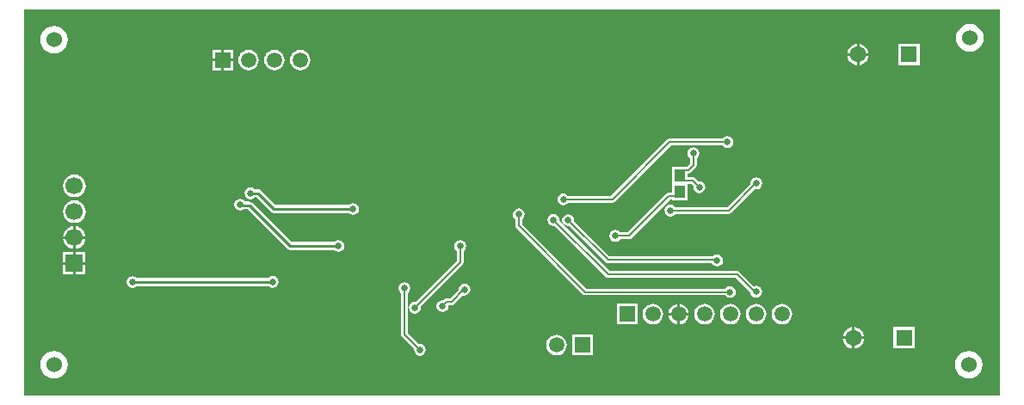
<source format=gbl>
G04*
G04 #@! TF.GenerationSoftware,Altium Limited,Altium Designer,19.0.14 (431)*
G04*
G04 Layer_Physical_Order=2*
G04 Layer_Color=16711680*
%FSLAX25Y25*%
%MOIN*%
G70*
G01*
G75*
%ADD11C,0.01000*%
%ADD20R,0.03937X0.04528*%
%ADD83C,0.00600*%
%ADD85C,0.06299*%
%ADD86R,0.06299X0.06299*%
%ADD87C,0.06000*%
%ADD88C,0.06693*%
%ADD89R,0.06693X0.06693*%
%ADD90C,0.05906*%
%ADD91R,0.05906X0.05906*%
%ADD92C,0.02550*%
G36*
X378282Y149579D02*
X378282Y-27D01*
X329D01*
Y149579D01*
X378282Y149579D01*
D02*
G37*
%LPC*%
G36*
X366535Y143959D02*
X365144Y143776D01*
X363847Y143239D01*
X362734Y142385D01*
X361879Y141271D01*
X361342Y139974D01*
X361159Y138583D01*
X361342Y137191D01*
X361879Y135894D01*
X362734Y134781D01*
X363847Y133926D01*
X365144Y133389D01*
X366535Y133206D01*
X367927Y133389D01*
X369224Y133926D01*
X370337Y134781D01*
X371192Y135894D01*
X371729Y137191D01*
X371912Y138583D01*
X371729Y139974D01*
X371192Y141271D01*
X370337Y142385D01*
X369224Y143239D01*
X367927Y143776D01*
X366535Y143959D01*
D02*
G37*
G36*
X323715Y136220D02*
Y132600D01*
X327334D01*
X327258Y133183D01*
X326840Y134193D01*
X326174Y135059D01*
X325308Y135725D01*
X324298Y136143D01*
X323715Y136220D01*
D02*
G37*
G36*
X322715D02*
X322132Y136143D01*
X321122Y135725D01*
X320255Y135059D01*
X319590Y134193D01*
X319172Y133183D01*
X319095Y132600D01*
X322715D01*
Y136220D01*
D02*
G37*
G36*
X11811Y143172D02*
X10419Y142989D01*
X9123Y142452D01*
X8009Y141597D01*
X7155Y140484D01*
X6617Y139187D01*
X6434Y137795D01*
X6617Y136404D01*
X7155Y135107D01*
X8009Y133993D01*
X9123Y133139D01*
X10419Y132602D01*
X11811Y132419D01*
X13203Y132602D01*
X14499Y133139D01*
X15613Y133993D01*
X16467Y135107D01*
X17005Y136404D01*
X17188Y137795D01*
X17005Y139187D01*
X16467Y140484D01*
X15613Y141597D01*
X14499Y142452D01*
X13203Y142989D01*
X11811Y143172D01*
D02*
G37*
G36*
X81138Y133874D02*
X77685D01*
Y130421D01*
X81138D01*
Y133874D01*
D02*
G37*
G36*
X76685D02*
X73232D01*
Y130421D01*
X76685D01*
Y133874D01*
D02*
G37*
G36*
X327334Y131600D02*
X323715D01*
Y127980D01*
X324298Y128057D01*
X325308Y128475D01*
X326174Y129140D01*
X326840Y130007D01*
X327258Y131017D01*
X327334Y131600D01*
D02*
G37*
G36*
X322715D02*
X319095D01*
X319172Y131017D01*
X319590Y130007D01*
X320255Y129140D01*
X321122Y128475D01*
X322132Y128057D01*
X322715Y127980D01*
Y131600D01*
D02*
G37*
G36*
X347050Y136250D02*
X338750D01*
Y127950D01*
X347050D01*
Y136250D01*
D02*
G37*
G36*
X81138Y129421D02*
X77685D01*
Y125969D01*
X81138D01*
Y129421D01*
D02*
G37*
G36*
X76685D02*
X73232D01*
Y125969D01*
X76685D01*
Y129421D01*
D02*
G37*
G36*
X107185Y133908D02*
X106153Y133772D01*
X105192Y133374D01*
X104366Y132740D01*
X103732Y131915D01*
X103334Y130953D01*
X103198Y129921D01*
X103334Y128889D01*
X103732Y127928D01*
X104366Y127102D01*
X105192Y126469D01*
X106153Y126070D01*
X107185Y125934D01*
X108217Y126070D01*
X109178Y126469D01*
X110004Y127102D01*
X110638Y127928D01*
X111036Y128889D01*
X111172Y129921D01*
X111036Y130953D01*
X110638Y131915D01*
X110004Y132740D01*
X109178Y133374D01*
X108217Y133772D01*
X107185Y133908D01*
D02*
G37*
G36*
X97185D02*
X96153Y133772D01*
X95192Y133374D01*
X94366Y132740D01*
X93732Y131915D01*
X93334Y130953D01*
X93198Y129921D01*
X93334Y128889D01*
X93732Y127928D01*
X94366Y127102D01*
X95192Y126469D01*
X96153Y126070D01*
X97185Y125934D01*
X98217Y126070D01*
X99178Y126469D01*
X100004Y127102D01*
X100638Y127928D01*
X101036Y128889D01*
X101172Y129921D01*
X101036Y130953D01*
X100638Y131915D01*
X100004Y132740D01*
X99178Y133374D01*
X98217Y133772D01*
X97185Y133908D01*
D02*
G37*
G36*
X87185D02*
X86153Y133772D01*
X85192Y133374D01*
X84366Y132740D01*
X83732Y131915D01*
X83334Y130953D01*
X83198Y129921D01*
X83334Y128889D01*
X83732Y127928D01*
X84366Y127102D01*
X85192Y126469D01*
X86153Y126070D01*
X87185Y125934D01*
X88217Y126070D01*
X89179Y126469D01*
X90004Y127102D01*
X90638Y127928D01*
X91036Y128889D01*
X91172Y129921D01*
X91036Y130953D01*
X90638Y131915D01*
X90004Y132740D01*
X89179Y133374D01*
X88217Y133772D01*
X87185Y133908D01*
D02*
G37*
G36*
X272638Y100450D02*
X271750Y100273D01*
X270998Y99770D01*
X270787Y99455D01*
X250197D01*
X249690Y99354D01*
X249260Y99067D01*
X227502Y77310D01*
X210906D01*
X210695Y77624D01*
X209943Y78127D01*
X209055Y78304D01*
X208168Y78127D01*
X207415Y77624D01*
X206912Y76872D01*
X206735Y75984D01*
X206912Y75097D01*
X207415Y74344D01*
X208168Y73841D01*
X209055Y73665D01*
X209943Y73841D01*
X210695Y74344D01*
X210906Y74659D01*
X228051D01*
X228558Y74760D01*
X228988Y75047D01*
X250746Y96804D01*
X270787D01*
X270998Y96490D01*
X271750Y95987D01*
X272638Y95810D01*
X273526Y95987D01*
X274278Y96490D01*
X274781Y97242D01*
X274957Y98130D01*
X274781Y99018D01*
X274278Y99770D01*
X273526Y100273D01*
X272638Y100450D01*
D02*
G37*
G36*
X283875Y84508D02*
X282987Y84332D01*
X282234Y83829D01*
X281732Y83076D01*
X281555Y82189D01*
X281594Y81992D01*
X272581Y72979D01*
X252441D01*
X252231Y73294D01*
X251478Y73796D01*
X250590Y73973D01*
X249703Y73796D01*
X248950Y73294D01*
X248447Y72541D01*
X248271Y71653D01*
X248447Y70766D01*
X248950Y70013D01*
X249703Y69511D01*
X250590Y69334D01*
X251478Y69511D01*
X252231Y70013D01*
X252441Y70328D01*
X273130D01*
X273637Y70429D01*
X274067Y70716D01*
X283329Y79978D01*
X283875Y79869D01*
X284762Y80046D01*
X285515Y80548D01*
X286018Y81301D01*
X286194Y82189D01*
X286018Y83076D01*
X285515Y83829D01*
X284762Y84332D01*
X283875Y84508D01*
D02*
G37*
G36*
X259449Y96119D02*
X258561Y95942D01*
X257809Y95439D01*
X257306Y94687D01*
X257129Y93799D01*
X257306Y92911D01*
X257809Y92159D01*
X258123Y91949D01*
Y89919D01*
X256833Y88629D01*
X255020D01*
X254868Y88598D01*
X251165D01*
Y82071D01*
Y78594D01*
X250005D01*
X249498Y78493D01*
X249067Y78206D01*
X233998Y63137D01*
X231083D01*
X230873Y63451D01*
X230120Y63954D01*
X229232Y64131D01*
X228345Y63954D01*
X227592Y63451D01*
X227089Y62699D01*
X226913Y61811D01*
X227089Y60923D01*
X227592Y60171D01*
X228345Y59668D01*
X229232Y59491D01*
X230120Y59668D01*
X230873Y60171D01*
X231083Y60486D01*
X234547D01*
X235054Y60587D01*
X235485Y60874D01*
X250554Y75943D01*
X251165D01*
Y75575D01*
X257102D01*
Y82045D01*
X258600D01*
X259565Y81080D01*
X259491Y80709D01*
X259668Y79821D01*
X260171Y79068D01*
X260923Y78566D01*
X261811Y78389D01*
X262699Y78566D01*
X263451Y79068D01*
X263954Y79821D01*
X264131Y80709D01*
X263954Y81596D01*
X263451Y82349D01*
X262699Y82852D01*
X261811Y83028D01*
X261440Y82954D01*
X260086Y84308D01*
X259656Y84595D01*
X259149Y84696D01*
X257102D01*
Y85978D01*
X257382D01*
X257889Y86079D01*
X258319Y86366D01*
X260386Y88433D01*
X260673Y88863D01*
X260774Y89370D01*
Y91949D01*
X261089Y92159D01*
X261592Y92911D01*
X261768Y93799D01*
X261592Y94687D01*
X261089Y95439D01*
X260336Y95942D01*
X259449Y96119D01*
D02*
G37*
G36*
X19685Y85565D02*
X18550Y85416D01*
X17493Y84978D01*
X16585Y84281D01*
X15888Y83373D01*
X15450Y82316D01*
X15301Y81181D01*
X15450Y80046D01*
X15888Y78989D01*
X16585Y78081D01*
X17493Y77385D01*
X18550Y76947D01*
X19685Y76797D01*
X20820Y76947D01*
X21877Y77385D01*
X22785Y78081D01*
X23482Y78989D01*
X23920Y80046D01*
X24069Y81181D01*
X23920Y82316D01*
X23482Y83373D01*
X22785Y84281D01*
X21877Y84978D01*
X20820Y85416D01*
X19685Y85565D01*
D02*
G37*
G36*
X87894Y80666D02*
X87006Y80489D01*
X86253Y79987D01*
X85751Y79234D01*
X85574Y78347D01*
X85751Y77459D01*
X86253Y76706D01*
X87006Y76204D01*
X87894Y76027D01*
X88781Y76204D01*
X89534Y76706D01*
X89608Y76817D01*
X90311D01*
X95669Y71459D01*
X95867Y71163D01*
X96364Y70831D01*
X96949Y70715D01*
X125943D01*
X126017Y70604D01*
X126770Y70101D01*
X127657Y69924D01*
X128545Y70101D01*
X129298Y70604D01*
X129800Y71356D01*
X129977Y72244D01*
X129800Y73132D01*
X129298Y73884D01*
X128545Y74387D01*
X127657Y74564D01*
X126770Y74387D01*
X126017Y73884D01*
X125943Y73773D01*
X97681D01*
X92026Y79428D01*
X91530Y79759D01*
X90945Y79876D01*
X89608D01*
X89534Y79987D01*
X88781Y80489D01*
X87894Y80666D01*
D02*
G37*
G36*
X19685Y75565D02*
X18550Y75416D01*
X17493Y74978D01*
X16585Y74281D01*
X15888Y73373D01*
X15450Y72316D01*
X15301Y71181D01*
X15450Y70047D01*
X15888Y68989D01*
X16585Y68081D01*
X17493Y67384D01*
X18550Y66947D01*
X19685Y66797D01*
X20820Y66947D01*
X21877Y67384D01*
X22785Y68081D01*
X23482Y68989D01*
X23920Y70047D01*
X24069Y71181D01*
X23920Y72316D01*
X23482Y73373D01*
X22785Y74281D01*
X21877Y74978D01*
X20820Y75416D01*
X19685Y75565D01*
D02*
G37*
G36*
X20185Y65499D02*
Y61681D01*
X24003D01*
X23920Y62316D01*
X23482Y63373D01*
X22785Y64281D01*
X21877Y64978D01*
X20820Y65416D01*
X20185Y65499D01*
D02*
G37*
G36*
X19185D02*
X18550Y65416D01*
X17493Y64978D01*
X16585Y64281D01*
X15888Y63373D01*
X15450Y62316D01*
X15367Y61681D01*
X19185D01*
Y65499D01*
D02*
G37*
G36*
X24003Y60681D02*
X20185D01*
Y56863D01*
X20820Y56946D01*
X21877Y57385D01*
X22785Y58081D01*
X23482Y58989D01*
X23920Y60046D01*
X24003Y60681D01*
D02*
G37*
G36*
X19185D02*
X15367D01*
X15450Y60046D01*
X15888Y58989D01*
X16585Y58081D01*
X17493Y57385D01*
X18550Y56946D01*
X19185Y56863D01*
Y60681D01*
D02*
G37*
G36*
X83957Y76237D02*
X83069Y76060D01*
X82316Y75558D01*
X81814Y74805D01*
X81637Y73917D01*
X81814Y73030D01*
X82316Y72277D01*
X83069Y71774D01*
X83957Y71598D01*
X84844Y71774D01*
X85294Y72075D01*
X86792D01*
X102074Y56793D01*
X102570Y56461D01*
X103156Y56345D01*
X120235D01*
X120309Y56234D01*
X121061Y55731D01*
X121949Y55554D01*
X122836Y55731D01*
X123589Y56234D01*
X124092Y56986D01*
X124268Y57874D01*
X124092Y58762D01*
X123589Y59514D01*
X122836Y60017D01*
X121949Y60194D01*
X121061Y60017D01*
X120309Y59514D01*
X120235Y59403D01*
X103789D01*
X88507Y74686D01*
X88011Y75017D01*
X87425Y75134D01*
X85880D01*
X85597Y75558D01*
X84844Y76060D01*
X83957Y76237D01*
D02*
G37*
G36*
X24032Y55528D02*
X20185D01*
Y51681D01*
X24032D01*
Y55528D01*
D02*
G37*
G36*
X19185D02*
X15339D01*
Y51681D01*
X19185D01*
Y55528D01*
D02*
G37*
G36*
X211024Y70233D02*
X210136Y70056D01*
X209383Y69554D01*
X208881Y68801D01*
X208704Y67913D01*
X208881Y67026D01*
X209383Y66273D01*
X210136Y65770D01*
X211024Y65594D01*
X211395Y65668D01*
X225539Y51523D01*
X225969Y51236D01*
X226476Y51135D01*
X266620D01*
X266962Y50624D01*
X267715Y50121D01*
X268602Y49944D01*
X269490Y50121D01*
X270243Y50624D01*
X270745Y51376D01*
X270922Y52264D01*
X270745Y53151D01*
X270243Y53904D01*
X269490Y54407D01*
X268602Y54583D01*
X267715Y54407D01*
X266962Y53904D01*
X266883Y53786D01*
X227025D01*
X213269Y67542D01*
X213343Y67913D01*
X213167Y68801D01*
X212664Y69554D01*
X211911Y70056D01*
X211024Y70233D01*
D02*
G37*
G36*
X24032Y50681D02*
X20185D01*
Y46835D01*
X24032D01*
Y50681D01*
D02*
G37*
G36*
X19185D02*
X15339D01*
Y46835D01*
X19185D01*
Y50681D01*
D02*
G37*
G36*
X96457Y46316D02*
X95569Y46139D01*
X94816Y45636D01*
X94677Y45427D01*
X43939D01*
X43865Y45538D01*
X43112Y46041D01*
X42224Y46217D01*
X41337Y46041D01*
X40584Y45538D01*
X40081Y44785D01*
X39905Y43898D01*
X40081Y43010D01*
X40584Y42257D01*
X41337Y41755D01*
X42224Y41578D01*
X43112Y41755D01*
X43865Y42257D01*
X43939Y42368D01*
X94808D01*
X94816Y42356D01*
X95569Y41853D01*
X96457Y41677D01*
X97344Y41853D01*
X98097Y42356D01*
X98600Y43108D01*
X98776Y43996D01*
X98600Y44884D01*
X98097Y45636D01*
X97344Y46139D01*
X96457Y46316D01*
D02*
G37*
G36*
X170768Y43363D02*
X169880Y43186D01*
X169128Y42684D01*
X168625Y41931D01*
X168448Y41043D01*
X168501Y40776D01*
X165251Y37525D01*
X163965D01*
X163458Y37425D01*
X163028Y37137D01*
X162685Y36794D01*
X162314Y36868D01*
X161426Y36692D01*
X160673Y36189D01*
X160171Y35436D01*
X159994Y34549D01*
X160171Y33661D01*
X160673Y32909D01*
X161426Y32406D01*
X162314Y32229D01*
X163201Y32406D01*
X163954Y32909D01*
X164457Y33661D01*
X164633Y34549D01*
X164584Y34797D01*
X164647Y34874D01*
X165800D01*
X166307Y34975D01*
X166737Y35263D01*
X170293Y38818D01*
X170768Y38724D01*
X171655Y38900D01*
X172408Y39403D01*
X172911Y40156D01*
X173087Y41043D01*
X172911Y41931D01*
X172408Y42684D01*
X171655Y43186D01*
X170768Y43363D01*
D02*
G37*
G36*
X205300Y70320D02*
X204412Y70143D01*
X203660Y69640D01*
X203157Y68888D01*
X202980Y68000D01*
X203157Y67112D01*
X203660Y66360D01*
X204412Y65857D01*
X205300Y65680D01*
X205671Y65754D01*
X225611Y45815D01*
X226041Y45527D01*
X226548Y45426D01*
X276026D01*
X281476Y39976D01*
X281617Y39270D01*
X282120Y38517D01*
X282872Y38015D01*
X283760Y37838D01*
X284647Y38015D01*
X285400Y38517D01*
X285903Y39270D01*
X286079Y40157D01*
X285903Y41045D01*
X285400Y41798D01*
X284647Y42301D01*
X283760Y42477D01*
X282896Y42305D01*
X277512Y47689D01*
X277082Y47976D01*
X276575Y48077D01*
X227097D01*
X207546Y67629D01*
X207620Y68000D01*
X207443Y68888D01*
X206940Y69640D01*
X206188Y70143D01*
X205300Y70320D01*
D02*
G37*
G36*
X191831Y72398D02*
X190943Y72222D01*
X190190Y71719D01*
X189688Y70966D01*
X189511Y70079D01*
X189688Y69191D01*
X190190Y68439D01*
X190505Y68228D01*
Y65748D01*
X190606Y65241D01*
X190893Y64811D01*
X216582Y39122D01*
X217012Y38835D01*
X217520Y38734D01*
X271772D01*
X271982Y38419D01*
X272734Y37916D01*
X273622Y37740D01*
X274510Y37916D01*
X275262Y38419D01*
X275765Y39171D01*
X275942Y40059D01*
X275765Y40947D01*
X275262Y41699D01*
X274510Y42202D01*
X273622Y42379D01*
X272734Y42202D01*
X271982Y41699D01*
X271772Y41385D01*
X218069D01*
X193156Y66297D01*
Y68228D01*
X193471Y68439D01*
X193974Y69191D01*
X194150Y70079D01*
X193974Y70966D01*
X193471Y71719D01*
X192718Y72222D01*
X191831Y72398D01*
D02*
G37*
G36*
X169095Y60194D02*
X168207Y60017D01*
X167454Y59514D01*
X166952Y58762D01*
X166775Y57874D01*
X166952Y56986D01*
X167454Y56234D01*
X167774Y56020D01*
Y52031D01*
X151946Y36202D01*
X151575Y36276D01*
X150687Y36100D01*
X149935Y35597D01*
X149432Y34844D01*
X149255Y33957D01*
X149432Y33069D01*
X149935Y32316D01*
X150687Y31814D01*
X151575Y31637D01*
X152462Y31814D01*
X153215Y32316D01*
X153718Y33069D01*
X153894Y33957D01*
X153821Y34328D01*
X170037Y50545D01*
X170325Y50975D01*
X170425Y51482D01*
Y56027D01*
X170735Y56234D01*
X171238Y56986D01*
X171414Y57874D01*
X171238Y58762D01*
X170735Y59514D01*
X169982Y60017D01*
X169095Y60194D01*
D02*
G37*
G36*
X254279Y35417D02*
Y31996D01*
X257701D01*
X257630Y32528D01*
X257232Y33490D01*
X256599Y34315D01*
X255773Y34949D01*
X254811Y35347D01*
X254279Y35417D01*
D02*
G37*
G36*
X253279D02*
X252748Y35347D01*
X251786Y34949D01*
X250960Y34315D01*
X250327Y33490D01*
X249928Y32528D01*
X249858Y31996D01*
X253279D01*
Y35417D01*
D02*
G37*
G36*
X257701Y30996D02*
X254279D01*
Y27575D01*
X254811Y27645D01*
X255773Y28043D01*
X256599Y28677D01*
X257232Y29503D01*
X257630Y30464D01*
X257701Y30996D01*
D02*
G37*
G36*
X253279D02*
X249858D01*
X249928Y30464D01*
X250327Y29503D01*
X250960Y28677D01*
X251786Y28043D01*
X252748Y27645D01*
X253279Y27575D01*
Y30996D01*
D02*
G37*
G36*
X237732Y35449D02*
X229827D01*
Y27543D01*
X237732D01*
Y35449D01*
D02*
G37*
G36*
X293779Y35483D02*
X292748Y35347D01*
X291786Y34949D01*
X290960Y34315D01*
X290327Y33490D01*
X289929Y32528D01*
X289793Y31496D01*
X289929Y30464D01*
X290327Y29503D01*
X290960Y28677D01*
X291786Y28043D01*
X292748Y27645D01*
X293779Y27509D01*
X294811Y27645D01*
X295773Y28043D01*
X296599Y28677D01*
X297232Y29503D01*
X297631Y30464D01*
X297766Y31496D01*
X297631Y32528D01*
X297232Y33490D01*
X296599Y34315D01*
X295773Y34949D01*
X294811Y35347D01*
X293779Y35483D01*
D02*
G37*
G36*
X283780D02*
X282748Y35347D01*
X281786Y34949D01*
X280960Y34315D01*
X280327Y33490D01*
X279928Y32528D01*
X279793Y31496D01*
X279928Y30464D01*
X280327Y29503D01*
X280960Y28677D01*
X281786Y28043D01*
X282748Y27645D01*
X283780Y27509D01*
X284811Y27645D01*
X285773Y28043D01*
X286599Y28677D01*
X287232Y29503D01*
X287631Y30464D01*
X287766Y31496D01*
X287631Y32528D01*
X287232Y33490D01*
X286599Y34315D01*
X285773Y34949D01*
X284811Y35347D01*
X283780Y35483D01*
D02*
G37*
G36*
X273780D02*
X272748Y35347D01*
X271786Y34949D01*
X270960Y34315D01*
X270327Y33490D01*
X269929Y32528D01*
X269793Y31496D01*
X269929Y30464D01*
X270327Y29503D01*
X270960Y28677D01*
X271786Y28043D01*
X272748Y27645D01*
X273780Y27509D01*
X274811Y27645D01*
X275773Y28043D01*
X276599Y28677D01*
X277232Y29503D01*
X277630Y30464D01*
X277766Y31496D01*
X277630Y32528D01*
X277232Y33490D01*
X276599Y34315D01*
X275773Y34949D01*
X274811Y35347D01*
X273780Y35483D01*
D02*
G37*
G36*
X263779D02*
X262748Y35347D01*
X261786Y34949D01*
X260960Y34315D01*
X260327Y33490D01*
X259928Y32528D01*
X259793Y31496D01*
X259928Y30464D01*
X260327Y29503D01*
X260960Y28677D01*
X261786Y28043D01*
X262748Y27645D01*
X263779Y27509D01*
X264811Y27645D01*
X265773Y28043D01*
X266599Y28677D01*
X267232Y29503D01*
X267631Y30464D01*
X267766Y31496D01*
X267631Y32528D01*
X267232Y33490D01*
X266599Y34315D01*
X265773Y34949D01*
X264811Y35347D01*
X263779Y35483D01*
D02*
G37*
G36*
X243779D02*
X242748Y35347D01*
X241786Y34949D01*
X240960Y34315D01*
X240327Y33490D01*
X239929Y32528D01*
X239793Y31496D01*
X239929Y30464D01*
X240327Y29503D01*
X240960Y28677D01*
X241786Y28043D01*
X242748Y27645D01*
X243779Y27509D01*
X244811Y27645D01*
X245773Y28043D01*
X246599Y28677D01*
X247232Y29503D01*
X247631Y30464D01*
X247766Y31496D01*
X247631Y32528D01*
X247232Y33490D01*
X246599Y34315D01*
X245773Y34949D01*
X244811Y35347D01*
X243779Y35483D01*
D02*
G37*
G36*
X321957Y26420D02*
Y22800D01*
X325577D01*
X325500Y23383D01*
X325082Y24393D01*
X324417Y25260D01*
X323550Y25925D01*
X322541Y26343D01*
X321957Y26420D01*
D02*
G37*
G36*
X320957D02*
X320374Y26343D01*
X319365Y25925D01*
X318498Y25260D01*
X317833Y24393D01*
X317415Y23383D01*
X317338Y22800D01*
X320957D01*
Y26420D01*
D02*
G37*
G36*
X325577Y21800D02*
X321957D01*
Y18180D01*
X322541Y18257D01*
X323550Y18675D01*
X324417Y19341D01*
X325082Y20207D01*
X325500Y21217D01*
X325577Y21800D01*
D02*
G37*
G36*
X320957D02*
X317338D01*
X317415Y21217D01*
X317833Y20207D01*
X318498Y19341D01*
X319365Y18675D01*
X320374Y18257D01*
X320957Y18180D01*
Y21800D01*
D02*
G37*
G36*
X345292Y26450D02*
X336993D01*
Y18150D01*
X345292D01*
Y26450D01*
D02*
G37*
G36*
X220390Y23441D02*
X212484D01*
Y15535D01*
X220390D01*
Y23441D01*
D02*
G37*
G36*
X206437Y23475D02*
X205405Y23339D01*
X204444Y22941D01*
X203618Y22307D01*
X202984Y21482D01*
X202586Y20520D01*
X202450Y19488D01*
X202586Y18456D01*
X202984Y17495D01*
X203618Y16669D01*
X204444Y16036D01*
X205405Y15637D01*
X206437Y15501D01*
X207469Y15637D01*
X208430Y16036D01*
X209256Y16669D01*
X209890Y17495D01*
X210288Y18456D01*
X210424Y19488D01*
X210288Y20520D01*
X209890Y21482D01*
X209256Y22307D01*
X208430Y22941D01*
X207469Y23339D01*
X206437Y23475D01*
D02*
G37*
G36*
X147539Y43855D02*
X146652Y43678D01*
X145899Y43176D01*
X145396Y42423D01*
X145220Y41535D01*
X145396Y40648D01*
X145899Y39895D01*
X146214Y39685D01*
Y23720D01*
X146315Y23213D01*
X146602Y22783D01*
X151298Y18088D01*
X151224Y17717D01*
X151400Y16829D01*
X151903Y16076D01*
X152656Y15574D01*
X153543Y15397D01*
X154431Y15574D01*
X155183Y16076D01*
X155686Y16829D01*
X155863Y17717D01*
X155686Y18604D01*
X155183Y19357D01*
X154431Y19860D01*
X153543Y20036D01*
X153172Y19962D01*
X148865Y24270D01*
Y39685D01*
X149179Y39895D01*
X149682Y40648D01*
X149859Y41535D01*
X149682Y42423D01*
X149179Y43176D01*
X148427Y43678D01*
X147539Y43855D01*
D02*
G37*
G36*
X366142Y17188D02*
X364750Y17005D01*
X363453Y16467D01*
X362340Y15613D01*
X361485Y14499D01*
X360948Y13203D01*
X360765Y11811D01*
X360948Y10419D01*
X361485Y9123D01*
X362340Y8009D01*
X363453Y7155D01*
X364750Y6617D01*
X366142Y6434D01*
X367533Y6617D01*
X368830Y7155D01*
X369944Y8009D01*
X370798Y9123D01*
X371335Y10419D01*
X371518Y11811D01*
X371335Y13203D01*
X370798Y14499D01*
X369944Y15613D01*
X368830Y16467D01*
X367533Y17005D01*
X366142Y17188D01*
D02*
G37*
G36*
X11811D02*
X10419Y17005D01*
X9123Y16467D01*
X8009Y15613D01*
X7155Y14499D01*
X6617Y13203D01*
X6434Y11811D01*
X6617Y10419D01*
X7155Y9123D01*
X8009Y8009D01*
X9123Y7155D01*
X10419Y6617D01*
X11811Y6434D01*
X13203Y6617D01*
X14499Y7155D01*
X15613Y8009D01*
X16467Y9123D01*
X17005Y10419D01*
X17188Y11811D01*
X17005Y13203D01*
X16467Y14499D01*
X15613Y15613D01*
X14499Y16467D01*
X13203Y17005D01*
X11811Y17188D01*
D02*
G37*
%LPD*%
D11*
X103156Y57874D02*
X121949D01*
X87425Y73604D02*
X103156Y57874D01*
X96358Y43898D02*
X96457Y43996D01*
X42224Y43898D02*
X96358D01*
X96949Y72244D02*
X127657D01*
X84270Y73604D02*
X87425D01*
X84153Y73721D02*
X84270Y73604D01*
X96949Y72244D02*
X96998Y72293D01*
X90945Y78347D02*
X96998Y72293D01*
X87894Y78347D02*
X90945D01*
D20*
X254134Y85335D02*
D03*
Y78839D02*
D03*
D83*
X165800Y36200D02*
X170700Y41100D01*
X163965Y36200D02*
X165800D01*
X162314Y34549D02*
X163965Y36200D01*
X226548Y46752D02*
X276575D01*
X205300Y68000D02*
X226548Y46752D01*
X169095Y56791D02*
X169100Y56786D01*
Y51482D02*
Y56786D01*
X151575Y33957D02*
X169100Y51482D01*
X226476Y52461D02*
X269291D01*
X283665Y82189D02*
X283875D01*
X147539Y23720D02*
Y41535D01*
Y23720D02*
X153543Y17717D01*
X273130Y71653D02*
X283665Y82189D01*
X250590Y71653D02*
X273130D01*
X191831Y65748D02*
X217520Y40059D01*
X273622D01*
X276575Y46752D02*
X283169Y40157D01*
X283760D01*
X191831Y65748D02*
Y70079D01*
X209055Y75984D02*
X228051D01*
X259449Y89370D02*
Y93799D01*
X259149Y83371D02*
X261811Y80709D01*
X211024Y67913D02*
X226476Y52461D01*
X234547Y61811D02*
X250005Y77268D01*
X229232Y61811D02*
X234547D01*
X228051Y75984D02*
X250197Y98130D01*
X272638D01*
X169095Y56791D02*
Y57874D01*
X250005Y77268D02*
X252465D01*
X254035Y78839D01*
X255610Y83563D02*
Y84547D01*
X257382Y87303D02*
X259449Y89370D01*
X255020Y87303D02*
X257382D01*
X255802Y83371D02*
X259149D01*
X255610Y83563D02*
X255802Y83371D01*
D85*
X321458Y22300D02*
D03*
X323215Y132100D02*
D03*
D86*
X341143Y22300D02*
D03*
X342900Y132100D02*
D03*
D87*
X11811Y11811D02*
D03*
Y137795D02*
D03*
X366142Y11811D02*
D03*
X366535Y138583D02*
D03*
D88*
X19685Y81181D02*
D03*
Y71181D02*
D03*
Y61181D02*
D03*
D89*
Y51181D02*
D03*
D90*
X107185Y129921D02*
D03*
X97185D02*
D03*
X87185D02*
D03*
X206437Y19488D02*
D03*
X293779Y31496D02*
D03*
X283780D02*
D03*
X273780D02*
D03*
X263779D02*
D03*
X243779D02*
D03*
X253780D02*
D03*
D91*
X77185Y129921D02*
D03*
X216437Y19488D02*
D03*
X233780Y31496D02*
D03*
D92*
X315860Y63020D02*
D03*
X278200Y116600D02*
D03*
X304900Y119500D02*
D03*
X205300Y68000D02*
D03*
X221260Y86319D02*
D03*
X281900Y98800D02*
D03*
X32677Y129921D02*
D03*
X92028Y27559D02*
D03*
X64961Y96850D02*
D03*
X283875Y82189D02*
D03*
X196063Y38976D02*
D03*
X170768Y41043D02*
D03*
X237697Y75787D02*
D03*
X191142Y79528D02*
D03*
X220571Y93602D02*
D03*
X135728Y129232D02*
D03*
X134055Y101476D02*
D03*
X152264Y92913D02*
D03*
X152165Y102461D02*
D03*
X169095Y87598D02*
D03*
X234744Y105217D02*
D03*
X212795Y105118D02*
D03*
X175591Y135827D02*
D03*
X71949Y64468D02*
D03*
X134153Y31791D02*
D03*
X160925Y62795D02*
D03*
X127657Y72244D02*
D03*
X96457Y43996D02*
D03*
X121949Y57874D02*
D03*
X136909Y20866D02*
D03*
X159843Y21654D02*
D03*
X143996Y33268D02*
D03*
X151575Y33957D02*
D03*
X92028Y12205D02*
D03*
X48130D02*
D03*
X284055Y75787D02*
D03*
X273622Y40059D02*
D03*
X283760Y40157D02*
D03*
X209055Y75984D02*
D03*
X207283Y37894D02*
D03*
X272638Y98130D02*
D03*
X259449Y93799D02*
D03*
X261811Y80709D02*
D03*
X107776Y101476D02*
D03*
X37697Y107874D02*
D03*
X42224Y43898D02*
D03*
X87894Y78347D02*
D03*
X83957Y73917D02*
D03*
X268602Y52264D02*
D03*
X211024Y67913D02*
D03*
X229232Y61811D02*
D03*
X169095Y57874D02*
D03*
X147539Y41535D02*
D03*
X162314Y34549D02*
D03*
X153543Y17717D02*
D03*
X191831Y70079D02*
D03*
X250590Y71653D02*
D03*
X304921Y105709D02*
D03*
M02*

</source>
